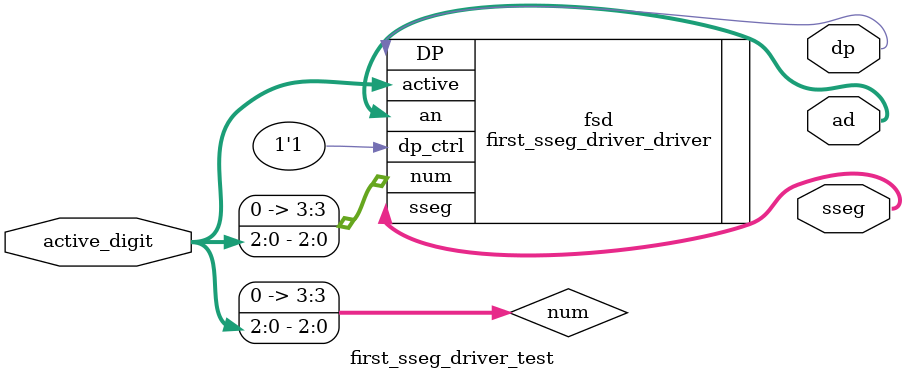
<source format=v>
`timescale 1ns / 1ps


module first_sseg_driver_test(
    input [2:0] active_digit,
    output [6:0] sseg,
    output [7:0] ad,
    output dp
    );
    wire [3:0] num;
    assign num = {1'b0,active_digit[2:0]};
    first_sseg_driver_driver fsd (.active(active_digit),
                                  .num(num),
                                  .dp_ctrl(1'b1),
                                  .sseg(sseg),
                                  .an(ad),
                                  .DP(dp)
                                  );
endmodule

</source>
